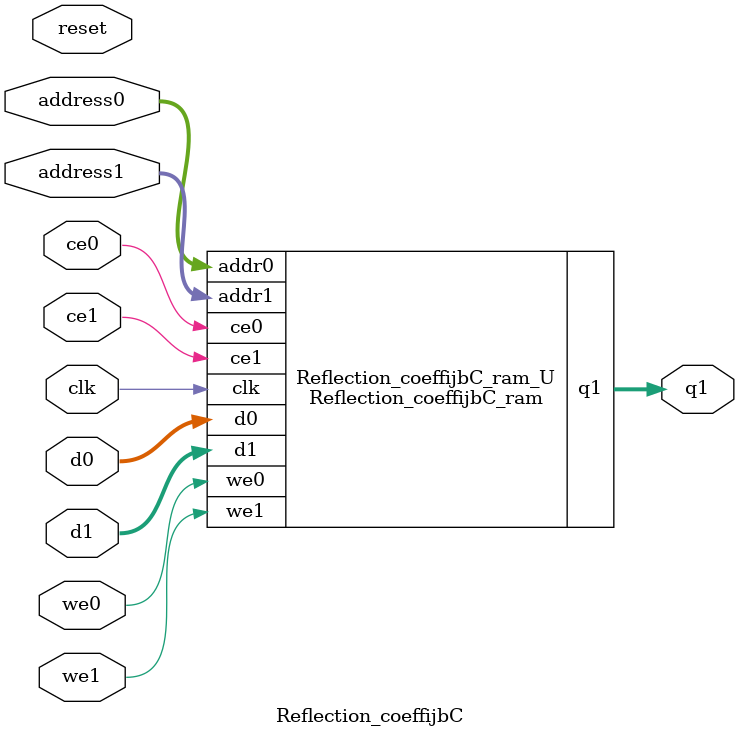
<source format=v>
/* verilator lint_off UNUSED */
/* verilator lint_off WIDTH */
/* verilator lint_off DECLFILENAME */
/* verilator lint_off STMTDLY */
/* verilator lint_off UNDRIVEN */
// ==============================================================
// File generated by Vivado(TM) HLS - High-Level Synthesis from C, C++ and SystemC
// Version: 2016.4
// Copyright (C) 1986-2016 Xilinx, Inc. All Rights Reserved.
// 
// ==============================================================

`timescale 1 ns / 1 ps
module Reflection_coeffijbC_ram (addr0, ce0, d0, we0, addr1, ce1, d1, we1, q1,  clk);

parameter DWIDTH = 16;
parameter AWIDTH = 4;
parameter MEM_SIZE = 9;

input[AWIDTH-1:0] addr0;
input ce0;
input[DWIDTH-1:0] d0;
input we0;
input[AWIDTH-1:0] addr1;
input ce1;
input[DWIDTH-1:0] d1;
input we1;
output reg[DWIDTH-1:0] q1;
input clk;

(* ram_style = "block" *)reg [DWIDTH-1:0] ram[0:MEM_SIZE-1];




always @(posedge clk)  
begin 
    if (ce0) 
    begin
        if (we0) 
        begin 
            ram[addr0] <= d0; 
        end 
    end
end


always @(posedge clk)  
begin 
    if (ce1) 
    begin
        if (we1) 
        begin 
            ram[addr1] <= d1; 
            q1 <= d1;
        end 
        else 
            q1 <= ram[addr1];
    end
end


endmodule


`timescale 1 ns / 1 ps
module Reflection_coeffijbC(
    reset,
    clk,
    address0,
    ce0,
    we0,
    d0,
    address1,
    ce1,
    we1,
    d1,
    q1);

parameter DataWidth = 32'd16;
parameter AddressRange = 32'd9;
parameter AddressWidth = 32'd4;
input reset;
input clk;
input[AddressWidth - 1:0] address0;
input ce0;
input we0;
input[DataWidth - 1:0] d0;
input[AddressWidth - 1:0] address1;
input ce1;
input we1;
input[DataWidth - 1:0] d1;
output[DataWidth - 1:0] q1;



Reflection_coeffijbC_ram Reflection_coeffijbC_ram_U(
    .clk( clk ),
    .addr0( address0 ),
    .ce0( ce0 ),
    .d0( d0 ),
    .we0( we0 ),
    .addr1( address1 ),
    .ce1( ce1 ),
    .d1( d1 ),
    .we1( we1 ),
    .q1( q1 ));

endmodule


</source>
